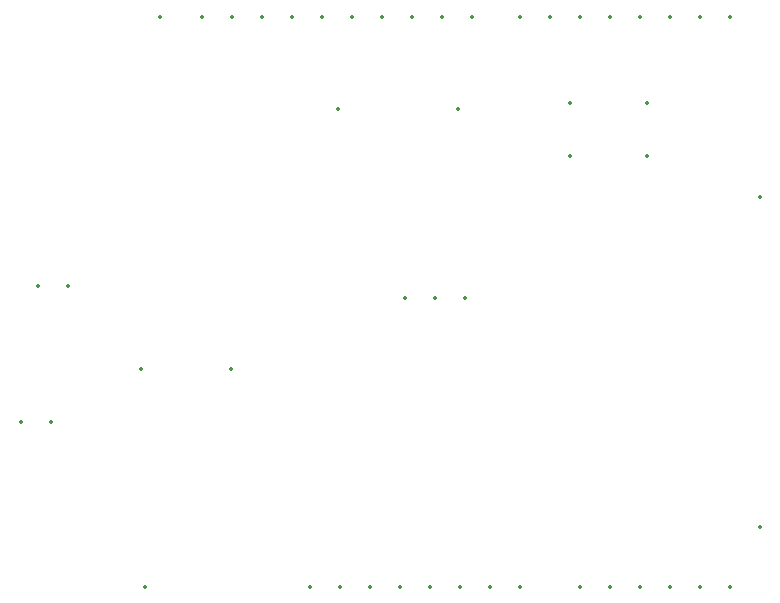
<source format=gbo>
%TF.GenerationSoftware,KiCad,Pcbnew,8.0.0*%
%TF.CreationDate,2024-04-21T19:32:52-04:00*%
%TF.ProjectId,9_motorized_pinwheel,395f6d6f-746f-4726-997a-65645f70696e,rev?*%
%TF.SameCoordinates,Original*%
%TF.FileFunction,Legend,Bot*%
%TF.FilePolarity,Positive*%
%FSLAX46Y46*%
G04 Gerber Fmt 4.6, Leading zero omitted, Abs format (unit mm)*
G04 Created by KiCad (PCBNEW 8.0.0) date 2024-04-21 19:32:52*
%MOMM*%
%LPD*%
G01*
G04 APERTURE LIST*
%ADD10C,0.350000*%
G04 APERTURE END LIST*
D10*
X127940000Y-97460000D03*
X130480000Y-97460000D03*
X133020000Y-97460000D03*
X135560000Y-97460000D03*
X138100000Y-97460000D03*
X140640000Y-97460000D03*
X143180000Y-97460000D03*
X145720000Y-97460000D03*
X150800000Y-97460000D03*
X153340000Y-97460000D03*
X155880000Y-97460000D03*
X158420000Y-97460000D03*
X160960000Y-97460000D03*
X163500000Y-97460000D03*
X118796000Y-49200000D03*
X121336000Y-49200000D03*
X123876000Y-49200000D03*
X126416000Y-49200000D03*
X128956000Y-49200000D03*
X131496000Y-49200000D03*
X134036000Y-49200000D03*
X136576000Y-49200000D03*
X139116000Y-49200000D03*
X141656000Y-49200000D03*
X145720000Y-49200000D03*
X148260000Y-49200000D03*
X150800000Y-49200000D03*
X153340000Y-49200000D03*
X155880000Y-49200000D03*
X158420000Y-49200000D03*
X160960000Y-49200000D03*
X163500000Y-49200000D03*
X150000000Y-56500000D03*
X156500000Y-56500000D03*
X156500000Y-61000000D03*
X150000000Y-61000000D03*
X113690000Y-79000000D03*
X121310000Y-79000000D03*
X104960000Y-72000000D03*
X107500000Y-72000000D03*
X115240000Y-49200000D03*
X103460000Y-83500000D03*
X106000000Y-83500000D03*
X140500000Y-57000000D03*
X130340000Y-57000000D03*
X113970000Y-97460000D03*
X166040000Y-64440000D03*
X138500000Y-73000000D03*
X141040000Y-73000000D03*
X135960000Y-73000000D03*
X166040000Y-92380000D03*
M02*

</source>
